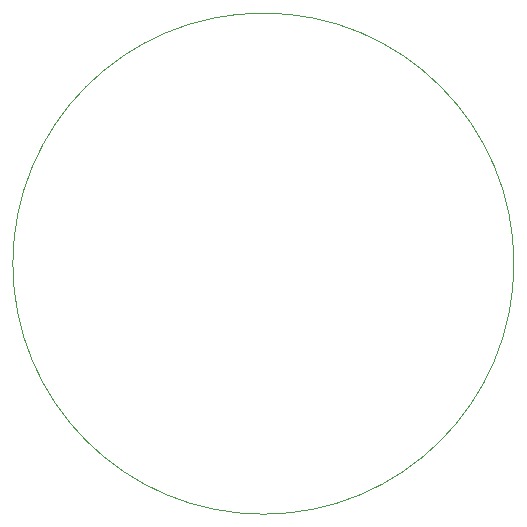
<source format=gbr>
%TF.GenerationSoftware,KiCad,Pcbnew,8.0.1*%
%TF.CreationDate,2024-04-22T22:39:20-04:00*%
%TF.ProjectId,Simple_LED,53696d70-6c65-45f4-9c45-442e6b696361,rev?*%
%TF.SameCoordinates,Original*%
%TF.FileFunction,Profile,NP*%
%FSLAX46Y46*%
G04 Gerber Fmt 4.6, Leading zero omitted, Abs format (unit mm)*
G04 Created by KiCad (PCBNEW 8.0.1) date 2024-04-22 22:39:20*
%MOMM*%
%LPD*%
G01*
G04 APERTURE LIST*
%TA.AperFunction,Profile*%
%ADD10C,0.050000*%
%TD*%
G04 APERTURE END LIST*
D10*
X159213203Y-81000000D02*
G75*
G02*
X116786797Y-81000000I-21213203J0D01*
G01*
X116786797Y-81000000D02*
G75*
G02*
X159213203Y-81000000I21213203J0D01*
G01*
M02*

</source>
